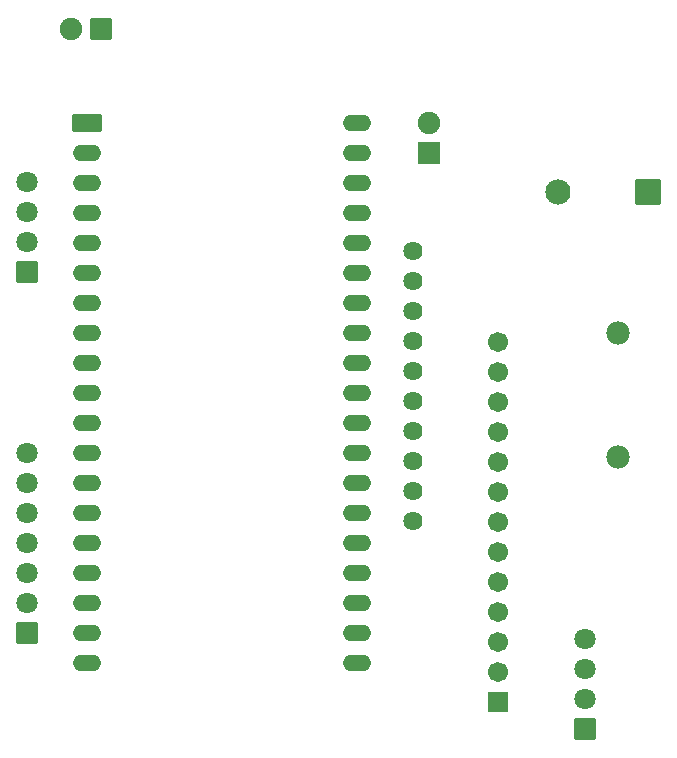
<source format=gbs>
G04 Layer: BottomSolderMaskLayer*
G04 EasyEDA v6.5.23, 2023-06-09 13:35:16*
G04 e563b856323e489fb497cbcb29ae2dd2,10*
G04 Gerber Generator version 0.2*
G04 Scale: 100 percent, Rotated: No, Reflected: No *
G04 Dimensions in millimeters *
G04 leading zeros omitted , absolute positions ,4 integer and 5 decimal *
%FSLAX45Y45*%
%MOMM*%

%AMMACRO1*1,1,$1,$2,$3*1,1,$1,$4,$5*1,1,$1,0-$2,0-$3*1,1,$1,0-$4,0-$5*20,1,$1,$2,$3,$4,$5,0*20,1,$1,$4,$5,0-$2,0-$3,0*20,1,$1,0-$2,0-$3,0-$4,0-$5,0*20,1,$1,0-$4,0-$5,$2,$3,0*4,1,4,$2,$3,$4,$5,0-$2,0-$3,0-$4,0-$5,$2,$3,0*%
%ADD10C,1.6256*%
%ADD11C,1.9812*%
%ADD12MACRO1,0.1016X-1.016X1.016X1.016X1.016*%
%ADD13C,2.1336*%
%ADD14MACRO1,0.2032X1.143X0.635X1.143X-0.635*%
%ADD15O,2.3876X1.3716000000000002*%
%ADD16C,1.9000*%
%ADD17MACRO1,0.3X-0.8X0.8X0.8X0.8*%
%ADD18MACRO1,0.1016X-0.85X-0.85X-0.85X0.85*%
%ADD19C,1.8016*%
%ADD20R,1.7016X1.7016*%
%ADD21C,1.7016*%
%ADD22MACRO1,0.1016X-0.9X-0.9X-0.9X0.9*%
%ADD23C,1.9016*%

%LPD*%
D10*
G01*
X3519982Y2438984D03*
G01*
X3519982Y4724984D03*
G01*
X3519982Y4470984D03*
G01*
X3519982Y4216984D03*
G01*
X3519982Y3962984D03*
G01*
X3519982Y3708984D03*
G01*
X3519982Y3454984D03*
G01*
X3519982Y3200984D03*
G01*
X3519982Y2946984D03*
G01*
X3519982Y2692984D03*
D11*
G01*
X5257800Y2975000D03*
G01*
X5257800Y4024985D03*
D12*
G01*
X5511800Y5219700D03*
D13*
G01*
X4750790Y5219700D03*
D14*
G01*
X756996Y5808992D03*
D15*
G01*
X756996Y5554979D03*
G01*
X756996Y5300979D03*
G01*
X756996Y5046979D03*
G01*
X756996Y4792979D03*
G01*
X756996Y4538979D03*
G01*
X756996Y4284979D03*
G01*
X756996Y4030979D03*
G01*
X756996Y3776979D03*
G01*
X756996Y3522979D03*
G01*
X756996Y3268979D03*
G01*
X756996Y3014979D03*
G01*
X756996Y2760979D03*
G01*
X756996Y2506979D03*
G01*
X756996Y2252979D03*
G01*
X756996Y1998979D03*
G01*
X756996Y1744979D03*
G01*
X756996Y1490979D03*
G01*
X756996Y1236979D03*
G01*
X3042996Y1236979D03*
G01*
X3042996Y1490979D03*
G01*
X3042996Y1744979D03*
G01*
X3042996Y1998979D03*
G01*
X3042996Y2252979D03*
G01*
X3042996Y2506979D03*
G01*
X3042996Y2760979D03*
G01*
X3042996Y3014979D03*
G01*
X3042996Y3268979D03*
G01*
X3042996Y3522979D03*
G01*
X3042996Y3776979D03*
G01*
X3042996Y4030979D03*
G01*
X3042996Y4284979D03*
G01*
X3042996Y4538979D03*
G01*
X3042996Y4792979D03*
G01*
X3042996Y5046979D03*
G01*
X3042996Y5300979D03*
G01*
X3042996Y5554979D03*
G01*
X3042996Y5808979D03*
D16*
G01*
X624306Y6604000D03*
D17*
G01*
X874301Y6604000D03*
D18*
G01*
X4978400Y673100D03*
D19*
G01*
X4978425Y927100D03*
G01*
X4978425Y1181100D03*
G01*
X4978425Y1435100D03*
D20*
G01*
X4241800Y901700D03*
D21*
G01*
X4241800Y1155700D03*
G01*
X4241800Y1409700D03*
G01*
X4241800Y1663700D03*
G01*
X4241800Y1917700D03*
G01*
X4241800Y2171700D03*
G01*
X4241800Y2425700D03*
G01*
X4241800Y2679700D03*
G01*
X4241800Y2933700D03*
G01*
X4241800Y3187700D03*
G01*
X4241800Y3441700D03*
G01*
X4241800Y3695700D03*
G01*
X4241800Y3949700D03*
D22*
G01*
X3657600Y5552988D03*
D23*
G01*
X3657600Y5806998D03*
D18*
G01*
X249999Y1487995D03*
D19*
G01*
X250012Y1741982D03*
G01*
X250012Y1995982D03*
G01*
X250012Y2249982D03*
G01*
X250012Y2503982D03*
G01*
X250012Y2757982D03*
G01*
X250012Y3011982D03*
D18*
G01*
X249999Y4543988D03*
D19*
G01*
X250012Y4797983D03*
G01*
X250012Y5051983D03*
G01*
X250012Y5305983D03*
M02*

</source>
